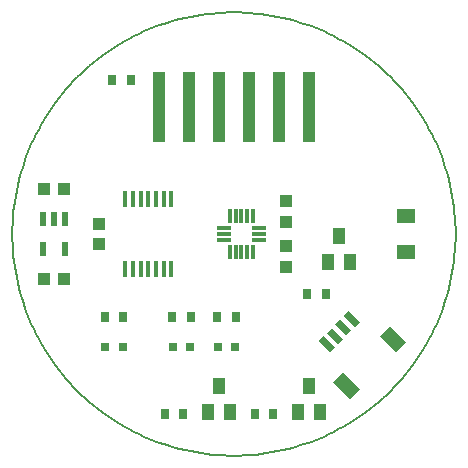
<source format=gtp>
G75*
%MOIN*%
%OFA0B0*%
%FSLAX24Y24*%
%IPPOS*%
%LPD*%
%AMOC8*
5,1,8,0,0,1.08239X$1,22.5*
%
%ADD10C,0.0080*%
%ADD11R,0.0157X0.0551*%
%ADD12R,0.0118X0.0472*%
%ADD13R,0.0472X0.0118*%
%ADD14R,0.0315X0.0315*%
%ADD15R,0.0315X0.0354*%
%ADD16R,0.0433X0.0394*%
%ADD17R,0.0630X0.0512*%
%ADD18R,0.0394X0.0551*%
%ADD19R,0.0217X0.0472*%
%ADD20R,0.0394X0.0433*%
%ADD21R,0.0472X0.0787*%
%ADD22R,0.0236X0.0531*%
%ADD23R,0.0402X0.2362*%
D10*
X002623Y011000D02*
X002625Y011181D01*
X002632Y011362D01*
X002643Y011543D01*
X002659Y011724D01*
X002679Y011904D01*
X002703Y012084D01*
X002732Y012263D01*
X002765Y012441D01*
X002802Y012619D01*
X002844Y012795D01*
X002891Y012970D01*
X002941Y013144D01*
X002996Y013317D01*
X003055Y013489D01*
X003118Y013659D01*
X003185Y013827D01*
X003257Y013994D01*
X003332Y014158D01*
X003412Y014321D01*
X003495Y014482D01*
X003583Y014641D01*
X003674Y014798D01*
X003769Y014952D01*
X003868Y015104D01*
X003971Y015253D01*
X004077Y015400D01*
X004186Y015545D01*
X004300Y015686D01*
X004416Y015825D01*
X004537Y015961D01*
X004660Y016094D01*
X004787Y016223D01*
X004916Y016350D01*
X005049Y016473D01*
X005185Y016594D01*
X005324Y016710D01*
X005465Y016824D01*
X005610Y016933D01*
X005757Y017039D01*
X005906Y017142D01*
X006058Y017241D01*
X006212Y017336D01*
X006369Y017427D01*
X006528Y017515D01*
X006689Y017598D01*
X006852Y017678D01*
X007016Y017753D01*
X007183Y017825D01*
X007351Y017892D01*
X007521Y017955D01*
X007693Y018014D01*
X007866Y018069D01*
X008040Y018119D01*
X008215Y018166D01*
X008391Y018208D01*
X008569Y018245D01*
X008747Y018278D01*
X008926Y018307D01*
X009106Y018331D01*
X009286Y018351D01*
X009467Y018367D01*
X009648Y018378D01*
X009829Y018385D01*
X010010Y018387D01*
X010191Y018385D01*
X010372Y018378D01*
X010553Y018367D01*
X010734Y018351D01*
X010914Y018331D01*
X011094Y018307D01*
X011273Y018278D01*
X011451Y018245D01*
X011629Y018208D01*
X011805Y018166D01*
X011980Y018119D01*
X012154Y018069D01*
X012327Y018014D01*
X012499Y017955D01*
X012669Y017892D01*
X012837Y017825D01*
X013004Y017753D01*
X013168Y017678D01*
X013331Y017598D01*
X013492Y017515D01*
X013651Y017427D01*
X013808Y017336D01*
X013962Y017241D01*
X014114Y017142D01*
X014263Y017039D01*
X014410Y016933D01*
X014555Y016824D01*
X014696Y016710D01*
X014835Y016594D01*
X014971Y016473D01*
X015104Y016350D01*
X015233Y016223D01*
X015360Y016094D01*
X015483Y015961D01*
X015604Y015825D01*
X015720Y015686D01*
X015834Y015545D01*
X015943Y015400D01*
X016049Y015253D01*
X016152Y015104D01*
X016251Y014952D01*
X016346Y014798D01*
X016437Y014641D01*
X016525Y014482D01*
X016608Y014321D01*
X016688Y014158D01*
X016763Y013994D01*
X016835Y013827D01*
X016902Y013659D01*
X016965Y013489D01*
X017024Y013317D01*
X017079Y013144D01*
X017129Y012970D01*
X017176Y012795D01*
X017218Y012619D01*
X017255Y012441D01*
X017288Y012263D01*
X017317Y012084D01*
X017341Y011904D01*
X017361Y011724D01*
X017377Y011543D01*
X017388Y011362D01*
X017395Y011181D01*
X017397Y011000D01*
X017395Y010819D01*
X017388Y010638D01*
X017377Y010457D01*
X017361Y010276D01*
X017341Y010096D01*
X017317Y009916D01*
X017288Y009737D01*
X017255Y009559D01*
X017218Y009381D01*
X017176Y009205D01*
X017129Y009030D01*
X017079Y008856D01*
X017024Y008683D01*
X016965Y008511D01*
X016902Y008341D01*
X016835Y008173D01*
X016763Y008006D01*
X016688Y007842D01*
X016608Y007679D01*
X016525Y007518D01*
X016437Y007359D01*
X016346Y007202D01*
X016251Y007048D01*
X016152Y006896D01*
X016049Y006747D01*
X015943Y006600D01*
X015834Y006455D01*
X015720Y006314D01*
X015604Y006175D01*
X015483Y006039D01*
X015360Y005906D01*
X015233Y005777D01*
X015104Y005650D01*
X014971Y005527D01*
X014835Y005406D01*
X014696Y005290D01*
X014555Y005176D01*
X014410Y005067D01*
X014263Y004961D01*
X014114Y004858D01*
X013962Y004759D01*
X013808Y004664D01*
X013651Y004573D01*
X013492Y004485D01*
X013331Y004402D01*
X013168Y004322D01*
X013004Y004247D01*
X012837Y004175D01*
X012669Y004108D01*
X012499Y004045D01*
X012327Y003986D01*
X012154Y003931D01*
X011980Y003881D01*
X011805Y003834D01*
X011629Y003792D01*
X011451Y003755D01*
X011273Y003722D01*
X011094Y003693D01*
X010914Y003669D01*
X010734Y003649D01*
X010553Y003633D01*
X010372Y003622D01*
X010191Y003615D01*
X010010Y003613D01*
X009829Y003615D01*
X009648Y003622D01*
X009467Y003633D01*
X009286Y003649D01*
X009106Y003669D01*
X008926Y003693D01*
X008747Y003722D01*
X008569Y003755D01*
X008391Y003792D01*
X008215Y003834D01*
X008040Y003881D01*
X007866Y003931D01*
X007693Y003986D01*
X007521Y004045D01*
X007351Y004108D01*
X007183Y004175D01*
X007016Y004247D01*
X006852Y004322D01*
X006689Y004402D01*
X006528Y004485D01*
X006369Y004573D01*
X006212Y004664D01*
X006058Y004759D01*
X005906Y004858D01*
X005757Y004961D01*
X005610Y005067D01*
X005465Y005176D01*
X005324Y005290D01*
X005185Y005406D01*
X005049Y005527D01*
X004916Y005650D01*
X004787Y005777D01*
X004660Y005906D01*
X004537Y006039D01*
X004416Y006175D01*
X004300Y006314D01*
X004186Y006455D01*
X004077Y006600D01*
X003971Y006747D01*
X003868Y006896D01*
X003769Y007048D01*
X003674Y007202D01*
X003583Y007359D01*
X003495Y007518D01*
X003412Y007679D01*
X003332Y007842D01*
X003257Y008006D01*
X003185Y008173D01*
X003118Y008341D01*
X003055Y008511D01*
X002996Y008683D01*
X002941Y008856D01*
X002891Y009030D01*
X002844Y009205D01*
X002802Y009381D01*
X002765Y009559D01*
X002732Y009737D01*
X002703Y009916D01*
X002679Y010096D01*
X002659Y010276D01*
X002643Y010457D01*
X002632Y010638D01*
X002625Y010819D01*
X002623Y011000D01*
D11*
X006384Y009839D03*
X006639Y009839D03*
X006895Y009839D03*
X007151Y009839D03*
X007407Y009839D03*
X007663Y009839D03*
X007919Y009839D03*
X007919Y012161D03*
X007663Y012161D03*
X007407Y012161D03*
X007151Y012161D03*
X006895Y012161D03*
X006639Y012161D03*
X006384Y012161D03*
D12*
X009866Y011610D03*
X010063Y011610D03*
X010260Y011610D03*
X010456Y011610D03*
X010653Y011610D03*
X010653Y010390D03*
X010456Y010390D03*
X010260Y010390D03*
X010063Y010390D03*
X009866Y010390D03*
D13*
X009679Y010803D03*
X009679Y011000D03*
X009679Y011197D03*
X010840Y011197D03*
X010840Y011000D03*
X010840Y010803D03*
D14*
X010055Y007250D03*
X009464Y007250D03*
X008555Y007250D03*
X007964Y007250D03*
X006305Y007250D03*
X005714Y007250D03*
D15*
X007695Y005000D03*
X008324Y005000D03*
X010695Y005000D03*
X011324Y005000D03*
X010074Y008250D03*
X009445Y008250D03*
X008574Y008250D03*
X007945Y008250D03*
X006324Y008250D03*
X005695Y008250D03*
X012445Y009000D03*
X013074Y009000D03*
X006574Y016150D03*
X005945Y016150D03*
D16*
X004344Y012500D03*
X003675Y012500D03*
X003675Y009500D03*
X004344Y009500D03*
D17*
X015760Y010409D03*
X015760Y011591D03*
D18*
X013510Y010933D03*
X013884Y010067D03*
X013135Y010067D03*
X012510Y005933D03*
X012884Y005067D03*
X012135Y005067D03*
X009884Y005067D03*
X009135Y005067D03*
X009510Y005933D03*
D19*
X004384Y010488D03*
X003635Y010488D03*
X003635Y011512D03*
X004010Y011512D03*
X004384Y011512D03*
D20*
X005510Y011335D03*
X005510Y010665D03*
X011760Y010585D03*
X011760Y009915D03*
X011760Y011415D03*
X011760Y012085D03*
D21*
G36*
X015756Y007395D02*
X015423Y007062D01*
X014868Y007617D01*
X015201Y007950D01*
X015756Y007395D01*
G37*
G36*
X014197Y005836D02*
X013864Y005503D01*
X013309Y006058D01*
X013642Y006391D01*
X014197Y005836D01*
G37*
D22*
G36*
X013362Y007229D02*
X013195Y007062D01*
X012822Y007435D01*
X012989Y007602D01*
X013362Y007229D01*
G37*
G36*
X013640Y007508D02*
X013473Y007341D01*
X013100Y007714D01*
X013267Y007881D01*
X013640Y007508D01*
G37*
G36*
X013919Y007786D02*
X013752Y007619D01*
X013379Y007992D01*
X013546Y008159D01*
X013919Y007786D01*
G37*
G36*
X014197Y008065D02*
X014030Y007898D01*
X013657Y008271D01*
X013824Y008438D01*
X014197Y008065D01*
G37*
D23*
X012510Y015250D03*
X011510Y015250D03*
X010510Y015250D03*
X009510Y015250D03*
X008510Y015250D03*
X007510Y015250D03*
M02*

</source>
